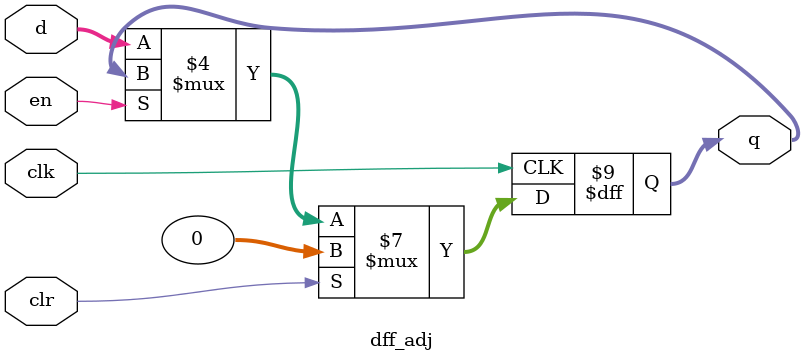
<source format=v>
/*
 * @Author: Eric Wong 
 * @Date: 2022-01-15 22:54:00 
 * @Last Modified by:   Eric Wong 
 * @Last Modified time: 2022-01-15 22:54:00 
 */

module dff_adj # (
        parameter Width = 32
    )
    (
        input                   clk,
        input                   clr,                    // sync, active high
        input                   en,                     // sync, active low
        input       [Width-1:0] d,
        output reg  [Width-1:0] q
    );
    always @(posedge clk) begin
        if (clr) begin
            q <= 0;
        end

        else if (!en) begin
            q <= d;
        end

        else begin
            q <= q;
        end
    end
endmodule

</source>
